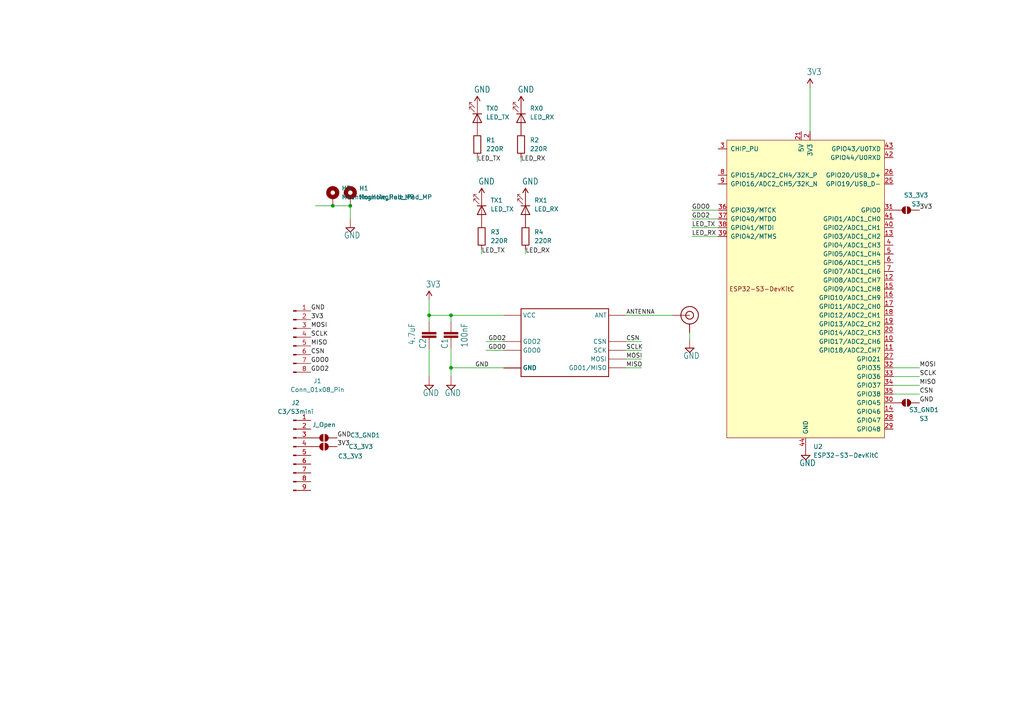
<source format=kicad_sch>
(kicad_sch (version 20231120) (generator "eeschema") (generator_version "8.0")
  (paper "A4")
  (lib_symbols
    (symbol "CC1101-E07-PI-eagle-import:3V3" (power)
      (symbol "3V3_1_0"
        (polyline (pts (xy 0 2.54) (xy -0.762 1.27)) (stroke (width 0.254)))
        (polyline (pts (xy 0.762 1.27) (xy 0 2.54)) (stroke (width 0.254)))
        (pin power_in line (at 0 0 90) (length 2.54) (name "3V3") (number "1"))
      )
    )
    (symbol "CC1101-E07-PI-eagle-import:ANTENNASMA"
      (symbol "ANTENNASMA_1_0"
        (circle (center 0 0) (radius 1.1359) (stroke (width 0.254)))
        (circle (center 0 0) (radius 2.54) (stroke (width 0.254)))
        (pin bidirectional line (at -5.08 0 0) (length 5.08) (name "ANT") (number "ANT0"))
        (pin bidirectional line (at -5.08 0 0) (length 5.08) (name "ANT") (number "ANT1"))
        (pin bidirectional line (at -5.08 0 0) (length 5.08) (name "ANT") (number "ANT2"))
        (pin bidirectional line (at 0 -5.08 90) (length 2.54) (name "GND") (number "GND3"))
        (pin bidirectional line (at 0 -5.08 90) (length 2.54) (name "GND") (number "GND4"))
        (pin bidirectional line (at 0 -5.08 90) (length 2.54) (name "GND") (number "GND5"))
        (pin bidirectional line (at 0 -5.08 90) (length 2.54) (name "GND") (number "GND6"))
      )
    )
    (symbol "CC1101-E07-PI-eagle-import:CAP0402-CAP"
      (property "Reference" "C" (at 1.524 2.921 0))
      (symbol "CAP0402-CAP_1_0"
        (rectangle (start -2.032 0.508) (end 2.032 1.016) (fill (type outline)))
        (rectangle (start -2.032 1.524) (end 2.032 2.032) (fill (type outline)))
        (polyline (pts (xy 0 0) (xy 0 0.508)) (stroke (width 0.1524)))
        (polyline (pts (xy 0 2.54) (xy 0 2.032)) (stroke (width 0.1524)))
        (pin passive line (at 0 5.08 270) (length 2.54) (name "1") (number "1"))
        (pin passive line (at 0 -2.54 90) (length 2.54) (name "2") (number "2"))
      )
    )
    (symbol "CC1101-E07-PI-eagle-import:E07-900M10S"
      (symbol "E07-900M10S_1_0"
        (polyline (pts (xy -12.7 -10.16) (xy -12.7 9.525)) (stroke (width 0.254)))
        (polyline (pts (xy -12.7 9.525) (xy 12.7 9.525)) (stroke (width 0.254)))
        (polyline (pts (xy 12.7 -10.16) (xy -12.7 -10.16)) (stroke (width 0.254)))
        (polyline (pts (xy 12.7 9.525) (xy 12.7 -10.16)) (stroke (width 0.254)))
        (pin bidirectional line (at -17.78 -7.62 0) (length 5.08) (name "GND") (number "1"))
        (pin bidirectional line (at -17.78 -7.62 0) (length 5.08) (name "GND") (number "11"))
        (pin bidirectional line (at -17.78 -7.62 0) (length 5.08) (name "GND") (number "12"))
        (pin bidirectional line (at -17.78 0 0) (length 5.08) (name "GDO2") (number "14"))
        (pin bidirectional line (at -17.78 -2.54 0) (length 5.08) (name "GDO0") (number "15"))
        (pin bidirectional line (at 17.78 -7.62 180) (length 5.08) (name "GD01/MISO") (number "16"))
        (pin bidirectional line (at 17.78 -5.08 180) (length 5.08) (name "MOSI") (number "17"))
        (pin bidirectional line (at 17.78 -2.54 180) (length 5.08) (name "SCK") (number "18"))
        (pin bidirectional line (at 17.78 0 180) (length 5.08) (name "CSN") (number "19"))
        (pin bidirectional line (at -17.78 -7.62 0) (length 5.08) (name "GND") (number "2"))
        (pin bidirectional line (at -17.78 -7.62 0) (length 5.08) (name "GND") (number "20"))
        (pin bidirectional line (at 17.78 7.62 180) (length 5.08) (name "ANT") (number "21"))
        (pin bidirectional line (at -17.78 -7.62 0) (length 5.08) (name "GND") (number "22"))
        (pin bidirectional line (at -17.78 -7.62 0) (length 5.08) (name "GND") (number "3"))
        (pin bidirectional line (at -17.78 -7.62 0) (length 5.08) (name "GND") (number "4"))
        (pin bidirectional line (at -17.78 -7.62 0) (length 5.08) (name "GND") (number "5"))
        (pin bidirectional line (at -17.78 7.62 0) (length 5.08) (name "VCC") (number "9"))
      )
    )
    (symbol "CC1101-E07-PI-eagle-import:GND" (power)
      (symbol "GND_1_0"
        (polyline (pts (xy -1.27 0) (xy 1.27 0)) (stroke (width 0.254)))
        (polyline (pts (xy 0 -1.27) (xy -1.27 0)) (stroke (width 0.254)))
        (polyline (pts (xy 1.27 0) (xy 0 -1.27)) (stroke (width 0.254)))
        (pin power_in line (at 0 2.54 270) (length 2.54) (name "GND") (number "1"))
      )
    )
    (symbol "Connector:Conn_01x08_Pin" (pin_names (offset 1.016) hide)
      (property "Reference" "J" (at 0 10.16 0))
      (property "Value" "Conn_01x08_Pin" (at 0 -12.7 0))
      (symbol "Conn_01x08_Pin_1_1"
        (polyline (pts (xy 1.27 -10.16) (xy 0.8636 -10.16)) (stroke (width 0.1524)))
        (polyline (pts (xy 1.27 -7.62) (xy 0.8636 -7.62)) (stroke (width 0.1524)))
        (polyline (pts (xy 1.27 -5.08) (xy 0.8636 -5.08)) (stroke (width 0.1524)))
        (polyline (pts (xy 1.27 -2.54) (xy 0.8636 -2.54)) (stroke (width 0.1524)))
        (polyline (pts (xy 1.27 0) (xy 0.8636 0)) (stroke (width 0.1524)))
        (polyline (pts (xy 1.27 2.54) (xy 0.8636 2.54)) (stroke (width 0.1524)))
        (polyline (pts (xy 1.27 5.08) (xy 0.8636 5.08)) (stroke (width 0.1524)))
        (polyline (pts (xy 1.27 7.62) (xy 0.8636 7.62)) (stroke (width 0.1524)))
        (rectangle (start 0.8636 -10.033) (end 0 -10.287) (stroke (width 0.1524)) (fill (type outline)))
        (rectangle (start 0.8636 -7.493) (end 0 -7.747) (stroke (width 0.1524)) (fill (type outline)))
        (rectangle (start 0.8636 -4.953) (end 0 -5.207) (stroke (width 0.1524)) (fill (type outline)))
        (rectangle (start 0.8636 -2.413) (end 0 -2.667) (stroke (width 0.1524)) (fill (type outline)))
        (rectangle (start 0.8636 0.127) (end 0 -0.127) (stroke (width 0.1524)) (fill (type outline)))
        (rectangle (start 0.8636 2.667) (end 0 2.413) (stroke (width 0.1524)) (fill (type outline)))
        (rectangle (start 0.8636 5.207) (end 0 4.953) (stroke (width 0.1524)) (fill (type outline)))
        (rectangle (start 0.8636 7.747) (end 0 7.493) (stroke (width 0.1524)) (fill (type outline)))
        (pin passive line (at 5.08 7.62 180) (length 3.81) (name "Pin_1") (number "1"))
        (pin passive line (at 5.08 5.08 180) (length 3.81) (name "Pin_2") (number "2"))
        (pin passive line (at 5.08 2.54 180) (length 3.81) (name "Pin_3") (number "3"))
        (pin passive line (at 5.08 0 180) (length 3.81) (name "Pin_4") (number "4"))
        (pin passive line (at 5.08 -2.54 180) (length 3.81) (name "Pin_5") (number "5"))
        (pin passive line (at 5.08 -5.08 180) (length 3.81) (name "Pin_6") (number "6"))
        (pin passive line (at 5.08 -7.62 180) (length 3.81) (name "Pin_7") (number "7"))
        (pin passive line (at 5.08 -10.16 180) (length 3.81) (name "Pin_8") (number "8"))
      )
    )
    (symbol "Connector:Conn_01x09_Pin" (pin_names (offset 1.016) hide)
      (property "Reference" "J" (at 0 12.7 0))
      (property "Value" "Conn_01x09_Pin" (at 0 -12.7 0))
      (symbol "Conn_01x09_Pin_1_1"
        (polyline (pts (xy 1.27 -10.16) (xy 0.8636 -10.16)) (stroke (width 0.1524)))
        (polyline (pts (xy 1.27 -7.62) (xy 0.8636 -7.62)) (stroke (width 0.1524)))
        (polyline (pts (xy 1.27 -5.08) (xy 0.8636 -5.08)) (stroke (width 0.1524)))
        (polyline (pts (xy 1.27 -2.54) (xy 0.8636 -2.54)) (stroke (width 0.1524)))
        (polyline (pts (xy 1.27 0) (xy 0.8636 0)) (stroke (width 0.1524)))
        (polyline (pts (xy 1.27 2.54) (xy 0.8636 2.54)) (stroke (width 0.1524)))
        (polyline (pts (xy 1.27 5.08) (xy 0.8636 5.08)) (stroke (width 0.1524)))
        (polyline (pts (xy 1.27 7.62) (xy 0.8636 7.62)) (stroke (width 0.1524)))
        (polyline (pts (xy 1.27 10.16) (xy 0.8636 10.16)) (stroke (width 0.1524)))
        (rectangle (start 0.8636 -10.033) (end 0 -10.287) (stroke (width 0.1524)) (fill (type outline)))
        (rectangle (start 0.8636 -7.493) (end 0 -7.747) (stroke (width 0.1524)) (fill (type outline)))
        (rectangle (start 0.8636 -4.953) (end 0 -5.207) (stroke (width 0.1524)) (fill (type outline)))
        (rectangle (start 0.8636 -2.413) (end 0 -2.667) (stroke (width 0.1524)) (fill (type outline)))
        (rectangle (start 0.8636 0.127) (end 0 -0.127) (stroke (width 0.1524)) (fill (type outline)))
        (rectangle (start 0.8636 2.667) (end 0 2.413) (stroke (width 0.1524)) (fill (type outline)))
        (rectangle (start 0.8636 5.207) (end 0 4.953) (stroke (width 0.1524)) (fill (type outline)))
        (rectangle (start 0.8636 7.747) (end 0 7.493) (stroke (width 0.1524)) (fill (type outline)))
        (rectangle (start 0.8636 10.287) (end 0 10.033) (stroke (width 0.1524)) (fill (type outline)))
        (pin passive line (at 5.08 10.16 180) (length 3.81) (name "Pin_1") (number "1"))
        (pin passive line (at 5.08 7.62 180) (length 3.81) (name "Pin_2") (number "2"))
        (pin passive line (at 5.08 5.08 180) (length 3.81) (name "Pin_3") (number "3"))
        (pin passive line (at 5.08 2.54 180) (length 3.81) (name "Pin_4") (number "4"))
        (pin passive line (at 5.08 0 180) (length 3.81) (name "Pin_5") (number "5"))
        (pin passive line (at 5.08 -2.54 180) (length 3.81) (name "Pin_6") (number "6"))
        (pin passive line (at 5.08 -5.08 180) (length 3.81) (name "Pin_7") (number "7"))
        (pin passive line (at 5.08 -7.62 180) (length 3.81) (name "Pin_8") (number "8"))
        (pin passive line (at 5.08 -10.16 180) (length 3.81) (name "Pin_9") (number "9"))
      )
    )
    (symbol "Device:LED" (pin_numbers hide) (pin_names (offset 1.016) hide)
      (property "Reference" "D" (at 0 2.54 0))
      (property "Value" "LED" (at 0 -2.54 0))
      (symbol "LED_0_1"
        (polyline (pts (xy -1.27 -1.27) (xy -1.27 1.27)) (stroke (width 0.254)))
        (polyline (pts (xy -1.27 0) (xy 1.27 0)))
        (polyline (pts (xy 1.27 -1.27) (xy 1.27 1.27) (xy -1.27 0) (xy 1.27 -1.27)) (stroke (width 0.254)))
        (polyline (pts (xy -3.048 -0.762) (xy -4.572 -2.286) (xy -3.81 -2.286) (xy -4.572 -2.286) (xy -4.572 -1.524)))
        (polyline (pts (xy -1.778 -0.762) (xy -3.302 -2.286) (xy -2.54 -2.286) (xy -3.302 -2.286) (xy -3.302 -1.524)))
      )
      (symbol "LED_1_1"
        (pin passive line (at -3.81 0 0) (length 2.54) (name "K") (number "1"))
        (pin passive line (at 3.81 0 180) (length 2.54) (name "A") (number "2"))
      )
    )
    (symbol "Device:R" (pin_numbers hide) (pin_names (offset 0))
      (property "Reference" "R" (at 2.032 0 90))
      (property "Value" "R" (at 0 0 90))
      (symbol "R_0_1"
        (rectangle (start -1.016 -2.54) (end 1.016 2.54) (stroke (width 0.254)))
      )
      (symbol "R_1_1"
        (pin passive line (at 0 3.81 270) (length 1.27) (name "~") (number "1"))
        (pin passive line (at 0 -3.81 90) (length 1.27) (name "~") (number "2"))
      )
    )
    (symbol "Espressif:ESP32-S3-DevKitC" (pin_names (offset 1.016))
      (property "Reference" "U" (at -22.86 48.26 0))
      (property "Value" "ESP32-S3-DevKitC" (at -22.86 45.72 0))
      (symbol "ESP32-S3-DevKitC_0_0"
        (text "ESP32-S3-DevKitC" (at -12.7 0 0) (effects (font (size 1.27 1.27))))
        (pin bidirectional line (at 25.4 -35.56 180) (length 2.54) (name "GPIO46") (number "14"))
        (pin bidirectional line (at 25.4 -10.16 180) (length 2.54) (name "GPIO13/ADC2_CH2") (number "19"))
        (pin bidirectional line (at -25.4 15.24 0) (length 2.54) (name "GPIO42/MTMS") (number "39"))
        (pin bidirectional line (at 25.4 17.78 180) (length 2.54) (name "GPIO2/ADC1_CH1") (number "40"))
        (pin bidirectional line (at 25.4 20.32 180) (length 2.54) (name "GPIO1/ADC1_CH0") (number "41"))
        (pin bidirectional line (at 25.4 38.1 180) (length 2.54) (name "GPIO44/U0RXD") (number "42"))
        (pin bidirectional line (at 25.4 40.64 180) (length 2.54) (name "GPIO43/U0TXD") (number "43"))
        (pin power_in line (at 0 -45.72 90) (length 2.54) (name "GND") (number "44"))
      )
      (symbol "ESP32-S3-DevKitC_0_1"
        (rectangle (start -22.86 43.18) (end 22.86 -43.18) (fill (type background)))
        (pin power_in line (at 1.27 45.72 270) (length 2.54) (name "3V3") (number "2"))
      )
      (symbol "ESP32-S3-DevKitC_1_1"
        (pin passive line (at 1.27 45.72 270) (length 2.54) hide (name "3V3") (number "1"))
        (pin bidirectional line (at 25.4 -15.24 180) (length 2.54) (name "GPIO17/ADC2_CH6") (number "10"))
        (pin bidirectional line (at 25.4 -17.78 180) (length 2.54) (name "GPIO18/ADC2_CH7") (number "11"))
        (pin bidirectional line (at 25.4 2.54 180) (length 2.54) (name "GPIO8/ADC1_CH7") (number "12"))
        (pin bidirectional line (at 25.4 15.24 180) (length 2.54) (name "GPIO3/ADC1_CH2") (number "13"))
        (pin bidirectional line (at 25.4 0 180) (length 2.54) (name "GPIO9/ADC1_CH8") (number "15"))
        (pin bidirectional line (at 25.4 -2.54 180) (length 2.54) (name "GPIO10/ADC1_CH9") (number "16"))
        (pin bidirectional line (at 25.4 -5.08 180) (length 2.54) (name "GPIO11/ADC2_CH0") (number "17"))
        (pin bidirectional line (at 25.4 -7.62 180) (length 2.54) (name "GPIO12/ADC2_CH1") (number "18"))
        (pin bidirectional line (at 25.4 -12.7 180) (length 2.54) (name "GPIO14/ADC2_CH3") (number "20"))
        (pin power_in line (at -1.27 45.72 270) (length 2.54) (name "5V") (number "21"))
        (pin passive line (at 0 -45.72 90) (length 2.54) hide (name "GND") (number "22"))
        (pin passive line (at 0 -45.72 90) (length 2.54) hide (name "GND") (number "23"))
        (pin passive line (at 0 -45.72 90) (length 2.54) hide (name "GND") (number "24"))
        (pin bidirectional line (at 25.4 30.48 180) (length 2.54) (name "GPIO19/USB_D-") (number "25"))
        (pin bidirectional line (at 25.4 33.02 180) (length 2.54) (name "GPIO20/USB_D+") (number "26"))
        (pin bidirectional line (at 25.4 -20.32 180) (length 2.54) (name "GPIO21") (number "27"))
        (pin bidirectional line (at 25.4 -38.1 180) (length 2.54) (name "GPIO47") (number "28"))
        (pin bidirectional line (at 25.4 -40.64 180) (length 2.54) (name "GPIO48") (number "29"))
        (pin input line (at -25.4 40.64 0) (length 2.54) (name "CHIP_PU") (number "3"))
        (pin bidirectional line (at 25.4 -33.02 180) (length 2.54) (name "GPIO45") (number "30"))
        (pin bidirectional line (at 25.4 22.86 180) (length 2.54) (name "GPIO0") (number "31"))
        (pin bidirectional line (at 25.4 -22.86 180) (length 2.54) (name "GPIO35") (number "32"))
        (pin bidirectional line (at 25.4 -25.4 180) (length 2.54) (name "GPIO36") (number "33"))
        (pin bidirectional line (at 25.4 -27.94 180) (length 2.54) (name "GPIO37") (number "34"))
        (pin bidirectional line (at 25.4 -30.48 180) (length 2.54) (name "GPIO38") (number "35"))
        (pin bidirectional line (at -25.4 22.86 0) (length 2.54) (name "GPIO39/MTCK") (number "36"))
        (pin bidirectional line (at -25.4 20.32 0) (length 2.54) (name "GPIO40/MTDO") (number "37"))
        (pin bidirectional line (at -25.4 17.78 0) (length 2.54) (name "GPIO41/MTDI") (number "38"))
        (pin bidirectional line (at 25.4 12.7 180) (length 2.54) (name "GPIO4/ADC1_CH3") (number "4"))
        (pin bidirectional line (at 25.4 10.16 180) (length 2.54) (name "GPIO5/ADC1_CH4") (number "5"))
        (pin bidirectional line (at 25.4 7.62 180) (length 2.54) (name "GPIO6/ADC1_CH5") (number "6"))
        (pin bidirectional line (at 25.4 5.08 180) (length 2.54) (name "GPIO7/ADC1_CH6") (number "7"))
        (pin bidirectional line (at -25.4 33.02 0) (length 2.54) (name "GPIO15/ADC2_CH4/32K_P") (number "8"))
        (pin bidirectional line (at -25.4 30.48 0) (length 2.54) (name "GPIO16/ADC2_CH5/32K_N") (number "9"))
      )
    )
    (symbol "Jumper:SolderJumper_2_Open" (pin_numbers hide) (pin_names (offset 0) hide) (exclude_from_sim yes) (in_bom no)
      (property "Reference" "JP" (at 0 2.032 0))
      (property "Value" "SolderJumper_2_Open" (at 0 -2.54 0))
      (symbol "SolderJumper_2_Open_0_1"
        (arc (start -0.254 1.016) (mid -1.2656 0) (end -0.254 -1.016))
        (arc (start -0.254 1.016) (mid -1.2656 0) (end -0.254 -1.016) (fill (type outline)))
        (polyline (pts (xy -0.254 1.016) (xy -0.254 -1.016)))
        (polyline (pts (xy 0.254 1.016) (xy 0.254 -1.016)))
        (arc (start 0.254 -1.016) (mid 1.2656 0) (end 0.254 1.016))
        (arc (start 0.254 -1.016) (mid 1.2656 0) (end 0.254 1.016) (fill (type outline)))
      )
      (symbol "SolderJumper_2_Open_1_1"
        (pin passive line (at -3.81 0 0) (length 2.54) (name "A") (number "1"))
        (pin passive line (at 3.81 0 180) (length 2.54) (name "B") (number "2"))
      )
    )
    (symbol "Mechanical:MountingHole_Pad_MP" (pin_numbers hide) (pin_names (offset 1.016) hide) (exclude_from_sim yes) (in_bom no)
      (property "Reference" "H" (at 0 6.35 0))
      (property "Value" "MountingHole_Pad_MP" (at 0 4.445 0))
      (symbol "MountingHole_Pad_MP_0_1"
        (circle (center 0 1.27) (radius 1.27) (stroke (width 1.27)))
      )
      (symbol "MountingHole_Pad_MP_1_1"
        (pin input line (at 0 -2.54 90) (length 2.54) (name "MP") (number "MP"))
      )
    )
  )
  (junction (at 96.52 59.69))
  (junction (at 101.6 59.69))
  (junction (at 124.46 91.44))
  (junction (at 130.81 106.68))
  (junction (at 130.81 91.44))
  (wire (pts (xy 91.44 59.69) (xy 96.52 59.69)))
  (wire (pts (xy 152.4 73.66) (xy 152.4 72.39)))
  (wire (pts (xy 130.81 106.68) (xy 130.81 100.965)) (stroke (width 0.1524)))
  (wire (pts (xy 259.08 109.22) (xy 266.7 109.22)))
  (wire (pts (xy 200.025 96.52) (xy 200.025 98.425)) (stroke (width 0.1524)))
  (wire (pts (xy 130.81 91.44) (xy 130.81 93.345)) (stroke (width 0.1524)))
  (wire (pts (xy 259.08 111.76) (xy 266.7 111.76)))
  (wire (pts (xy 208.28 68.58) (xy 200.66 68.58)))
  (wire (pts (xy 186.055 101.6) (xy 181.61 101.6)) (stroke (width 0.1524)))
  (wire (pts (xy 96.52 59.69) (xy 101.6 59.69)))
  (wire (pts (xy 146.05 91.44) (xy 130.81 91.44)) (stroke (width 0.1524)))
  (wire (pts (xy 124.46 91.44) (xy 124.46 86.995)) (stroke (width 0.1524)))
  (wire (pts (xy 186.055 106.68) (xy 181.61 106.68)) (stroke (width 0.1524)))
  (wire (pts (xy 124.46 109.22) (xy 124.46 100.965)) (stroke (width 0.1524)))
  (wire (pts (xy 151.13 46.99) (xy 151.13 45.72)))
  (wire (pts (xy 259.08 106.68) (xy 266.7 106.68)))
  (wire (pts (xy 140.97 101.6) (xy 146.05 101.6)) (stroke (width 0.1524)))
  (wire (pts (xy 181.61 91.44) (xy 194.945 91.44)) (stroke (width 0.1524)))
  (wire (pts (xy 130.81 91.44) (xy 124.46 91.44)) (stroke (width 0.1524)))
  (wire (pts (xy 130.81 109.22) (xy 130.81 106.68)) (stroke (width 0.1524)))
  (wire (pts (xy 200.66 60.96) (xy 208.28 60.96)))
  (wire (pts (xy 259.08 114.3) (xy 266.7 114.3)))
  (wire (pts (xy 186.055 104.14) (xy 181.61 104.14)) (stroke (width 0.1524)))
  (wire (pts (xy 186.055 99.06) (xy 181.61 99.06)) (stroke (width 0.1524)))
  (wire (pts (xy 124.46 93.345) (xy 124.46 91.44)) (stroke (width 0.1524)))
  (wire (pts (xy 208.28 66.04) (xy 200.66 66.04)))
  (wire (pts (xy 101.6 63.5) (xy 101.6 59.69)))
  (wire (pts (xy 234.95 25.4) (xy 234.95 38.1)))
  (wire (pts (xy 138.43 46.99) (xy 138.43 45.72)))
  (wire (pts (xy 208.28 63.5) (xy 200.66 63.5)))
  (wire (pts (xy 139.7 73.66) (xy 139.7 72.39)))
  (wire (pts (xy 140.97 99.06) (xy 146.05 99.06)) (stroke (width 0.1524)))
  (wire (pts (xy 146.05 106.68) (xy 130.81 106.68)) (stroke (width 0.1524)))
  (label "MISO" (at 90.17 100.33 0))
  (label "GDO0" (at 141.605 101.6 0) (effects (font (size 1.2446 1.2446))))
  (label "SCLK" (at 181.61 101.6 0) (effects (font (size 1.2446 1.2446))))
  (label "GND" (at 266.7 116.84 0))
  (label "LED_RX" (at 152.4 73.66 0))
  (label "MOSI" (at 90.17 95.25 0))
  (label "SCLK" (at 90.17 97.79 0))
  (label "3V3" (at 97.79 129.54 0))
  (label "CSN" (at 181.61 99.06 0) (effects (font (size 1.2446 1.2446))))
  (label "3V3" (at 90.17 92.71 0))
  (label "CSN" (at 266.7 114.3 0))
  (label "GND" (at 97.79 127 0))
  (label "GDO2" (at 200.66 63.5 0))
  (label "GND" (at 137.795 106.68 0) (effects (font (size 1.2446 1.2446))))
  (label "MISO" (at 181.61 106.68 0) (effects (font (size 1.2446 1.2446))))
  (label "LED_TX" (at 139.7 73.66 0))
  (label "LED_TX" (at 138.43 46.99 0))
  (label "GDO2" (at 90.17 107.95 0))
  (label "SCLK" (at 266.7 109.22 0))
  (label "MISO" (at 266.7 111.76 0))
  (label "LED_TX" (at 200.66 66.04 0))
  (label "GND" (at 90.17 90.17 0))
  (label "LED_RX" (at 151.13 46.99 0))
  (label "ANTENNA" (at 181.61 91.44 0) (effects (font (size 1.2446 1.2446))))
  (label "GDO0" (at 90.17 105.41 0))
  (label "MOSI" (at 266.7 106.68 0))
  (label "GDO2" (at 141.605 99.06 0) (effects (font (size 1.2446 1.2446))))
  (label "LED_RX" (at 200.66 68.58 0))
  (label "CSN" (at 90.17 102.87 0))
  (label "MOSI" (at 181.61 104.14 0) (effects (font (size 1.2446 1.2446))))
  (label "3V3" (at 266.7 60.96 0))
  (label "GDO0" (at 200.66 60.96 0))
  (symbol (lib_id "CC1101-E07-PI-eagle-import:ANTENNASMA") (at 200.025 91.44 0) (unit 1)
    (property "Reference" "J$1" (effects (hide yes)))
    (property "Value" "ANTENNASMA" (effects (hide yes)))
    (property "Footprint" "Library:SMA_PAD" (effects (hide yes)))
  )
  (symbol (lib_id "Device:LED") (at 152.4 60.96 270) (unit 1)
    (property "Reference" "RX1" (at 154.94 58.1024 90) (effects (justify left)))
    (property "Value" "LED_RX" (at 154.94 60.6424 90) (effects (justify left)))
    (property "Footprint" "LED_SMD:LED_1206_3216Metric_Pad1.42x1.75mm_HandSolder" (effects (hide yes)))
    (property "Description" "Light emitting diode" (effects (hide yes)))
  )
  (symbol (lib_id "CC1101-E07-PI-eagle-import:GND") (at 101.6 66.04 0) (unit 1)
    (property "Reference" "#SUPPLY01" (effects (hide yes)))
    (property "Value" "GND" (at 99.695 69.215 0) (effects (font (size 1.778 1.5113)) (justify left bottom)))
  )
  (symbol (lib_id "Jumper:SolderJumper_2_Open") (at 93.98 127 0) (unit 1) (exclude_from_sim yes) (in_bom no)
    (property "Reference" "C3_GND1" (at 105.918 126.238 0))
    (property "Value" "J_Open" (at 93.98 123.19 0))
    (property "Footprint" "Jumper:SolderJumper-2_P1.3mm_Open_TrianglePad1.0x1.5mm" (effects (hide yes)))
    (property "Description" "Solder Jumper, 2-pole, open" (effects (hide yes)))
  )
  (symbol (lib_id "CC1101-E07-PI-eagle-import:CAP0402-CAP") (at 130.81 95.885 180) (unit 1)
    (property "Reference" "C1" (at 128.016 98.044 90) (effects (font (size 1.778 1.5113)) (justify left bottom)))
    (property "Value" "100nF" (at 133.731 93.599 90) (effects (font (size 1.778 1.5113)) (justify left bottom)))
    (property "Footprint" "Capacitor_SMD:C_1210_3225Metric_Pad1.33x2.70mm_HandSolder" (effects (hide yes)))
  )
  (symbol (lib_id "Device:R") (at 138.43 41.91 0) (unit 1)
    (property "Reference" "R1" (at 140.97 40.6399 0) (effects (justify left)))
    (property "Value" "220R" (at 140.97 43.1799 0) (effects (justify left)))
    (property "Footprint" "Resistor_THT:R_Axial_DIN0411_L9.9mm_D3.6mm_P12.70mm_Horizontal" (effects (hide yes)))
    (property "Description" "Resistor" (effects (hide yes)))
  )
  (symbol (lib_id "CC1101-E07-PI-eagle-import:GND") (at 130.81 111.76 0) (unit 1)
    (property "Reference" "#SUPPLY05" (effects (hide yes)))
    (property "Value" "GND" (at 128.905 114.935 0) (effects (font (size 1.778 1.5113)) (justify left bottom)))
  )
  (symbol (lib_id "Device:LED") (at 151.13 34.29 270) (unit 1)
    (property "Reference" "RX0" (at 153.67 31.4324 90) (effects (justify left)))
    (property "Value" "LED_RX" (at 153.67 33.9724 90) (effects (justify left)))
    (property "Footprint" "LED_THT:LED_D4.0mm" (effects (hide yes)))
    (property "Description" "Light emitting diode" (effects (hide yes)))
  )
  (symbol (lib_id "Device:LED") (at 139.7 60.96 270) (unit 1)
    (property "Reference" "TX1" (at 142.24 58.1024 90) (effects (justify left)))
    (property "Value" "LED_TX" (at 142.24 60.6424 90) (effects (justify left)))
    (property "Footprint" "LED_SMD:LED_1206_3216Metric_Pad1.42x1.75mm_HandSolder" (effects (hide yes)))
    (property "Description" "Light emitting diode" (effects (hide yes)))
  )
  (symbol (lib_id "CC1101-E07-PI-eagle-import:GND") (at 200.025 100.965 0) (unit 1)
    (property "Reference" "#SUPPLY04" (effects (hide yes)))
    (property "Value" "GND" (at 198.12 104.14 0) (effects (font (size 1.778 1.5113)) (justify left bottom)))
  )
  (symbol (lib_id "Jumper:SolderJumper_2_Open") (at 262.89 116.84 0) (unit 1) (exclude_from_sim yes) (in_bom no)
    (property "Reference" "S3_GND1" (at 267.97 118.872 0))
    (property "Value" "S3" (at 267.97 121.412 0))
    (property "Footprint" "Jumper:SolderJumper-2_P1.3mm_Open_TrianglePad1.0x1.5mm" (effects (hide yes)))
    (property "Description" "Solder Jumper, 2-pole, open" (effects (hide yes)))
  )
  (symbol (lib_id "Device:R") (at 151.13 41.91 0) (unit 1)
    (property "Reference" "R2" (at 153.67 40.6399 0) (effects (justify left)))
    (property "Value" "220R" (at 153.67 43.1799 0) (effects (justify left)))
    (property "Footprint" "Resistor_THT:R_Axial_DIN0411_L9.9mm_D3.6mm_P12.70mm_Horizontal" (effects (hide yes)))
    (property "Description" "Resistor" (effects (hide yes)))
  )
  (symbol (lib_id "CC1101-E07-PI-eagle-import:3V3") (at 234.95 25.4 0) (unit 1)
    (property "Reference" "#P+01" (effects (hide yes)))
    (property "Value" "3V3" (at 233.934 21.844 0) (effects (font (size 1.778 1.5113)) (justify left bottom)))
  )
  (symbol (lib_id "Mechanical:MountingHole_Pad_MP") (at 96.52 57.15 0) (unit 1) (exclude_from_sim yes) (in_bom no)
    (property "Reference" "H2" (at 99.06 54.6099 0) (effects (justify left)))
    (property "Value" "MountingHole_Pad_MP" (at 99.06 57.1499 0) (effects (justify left)))
    (property "Footprint" "MountingHole:MountingHole_2.5mm_Pad_Via" (effects (hide yes)))
    (property "Description" "Mounting Hole with connection as pad named MP" (effects (hide yes)))
  )
  (symbol (lib_id "CC1101-E07-PI-eagle-import:GND") (at 124.46 111.76 0) (unit 1)
    (property "Reference" "#SUPPLY08" (effects (hide yes)))
    (property "Value" "GND" (at 122.555 114.935 0) (effects (font (size 1.778 1.5113)) (justify left bottom)))
  )
  (symbol (lib_id "Jumper:SolderJumper_2_Open") (at 262.89 60.96 0) (unit 1) (exclude_from_sim yes) (in_bom no)
    (property "Reference" "S3_3V3" (at 265.684 56.642 0))
    (property "Value" "S3" (at 265.684 59.182 0))
    (property "Footprint" "Jumper:SolderJumper-2_P1.3mm_Open_TrianglePad1.0x1.5mm" (effects (hide yes)))
    (property "Description" "Solder Jumper, 2-pole, open" (effects (hide yes)))
  )
  (symbol (lib_id "CC1101-E07-PI-eagle-import:3V3") (at 139.7 57.15 0) (unit 1)
    (property "Reference" "#P+05" (effects (hide yes)))
    (property "Value" "GND" (at 138.684 53.594 0) (effects (font (size 1.778 1.5113)) (justify left bottom)))
  )
  (symbol (lib_id "Device:R") (at 152.4 68.58 0) (unit 1)
    (property "Reference" "R4" (at 154.94 67.3099 0) (effects (justify left)))
    (property "Value" "220R" (at 154.94 69.8499 0) (effects (justify left)))
    (property "Footprint" "Resistor_SMD:R_1206_3216Metric_Pad1.30x1.75mm_HandSolder" (effects (hide yes)))
    (property "Description" "Resistor" (effects (hide yes)))
  )
  (symbol (lib_id "CC1101-E07-PI-eagle-import:CAP0402-CAP") (at 124.46 95.885 180) (unit 1)
    (property "Reference" "C2" (at 121.666 98.044 90) (effects (font (size 1.778 1.5113)) (justify left bottom)))
    (property "Value" "4.7uF" (at 118.491 93.599 90) (effects (font (size 1.778 1.5113)) (justify left bottom)))
    (property "Footprint" "Capacitor_SMD:C_1210_3225Metric_Pad1.33x2.70mm_HandSolder" (effects (hide yes)))
  )
  (symbol (lib_id "CC1101-E07-PI-eagle-import:3V3") (at 151.13 30.48 0) (unit 1)
    (property "Reference" "#P+04" (effects (hide yes)))
    (property "Value" "GND" (at 150.114 26.924 0) (effects (font (size 1.778 1.5113)) (justify left bottom)))
  )
  (symbol (lib_id "Mechanical:MountingHole_Pad_MP") (at 101.6 57.15 0) (unit 1) (exclude_from_sim yes) (in_bom no)
    (property "Reference" "H1" (at 104.14 54.6099 0) (effects (justify left)))
    (property "Value" "MountingHole_Pad_MP" (at 104.14 57.1499 0) (effects (justify left)))
    (property "Footprint" "MountingHole:MountingHole_2.5mm_Pad_Via" (effects (hide yes)))
    (property "Description" "Mounting Hole with connection as pad named MP" (effects (hide yes)))
  )
  (symbol (lib_id "Connector:Conn_01x08_Pin") (at 85.09 97.79 0) (unit 1)
    (property "Reference" "J1" (at 92.075 110.49 0))
    (property "Value" "Conn_01x08_Pin" (at 92.075 113.03 0))
    (property "Footprint" "Connector_PinHeader_2.54mm:PinHeader_1x08_P2.54mm_Vertical" (effects (hide yes)))
    (property "Description" "Generic connector, single row, 01x08, script generated" (effects (hide yes)))
  )
  (symbol (lib_id "CC1101-E07-PI-eagle-import:3V3") (at 138.43 30.48 0) (unit 1)
    (property "Reference" "#P+02" (effects (hide yes)))
    (property "Value" "GND" (at 137.414 26.924 0) (effects (font (size 1.778 1.5113)) (justify left bottom)))
  )
  (symbol (lib_id "CC1101-E07-PI-eagle-import:GND") (at 233.68 132.08 0) (unit 1)
    (property "Reference" "#SUPPLY02" (effects (hide yes)))
    (property "Value" "GND" (at 231.775 135.255 0) (effects (font (size 1.778 1.5113)) (justify left bottom)))
  )
  (symbol (lib_id "Device:LED") (at 138.43 34.29 270) (unit 1)
    (property "Reference" "TX0" (at 140.97 31.4324 90) (effects (justify left)))
    (property "Value" "LED_TX" (at 140.97 33.9724 90) (effects (justify left)))
    (property "Footprint" "LED_THT:LED_D4.0mm" (effects (hide yes)))
    (property "Description" "Light emitting diode" (effects (hide yes)))
  )
  (symbol (lib_id "CC1101-E07-PI-eagle-import:E07-900M10S") (at 163.83 99.06 0) (unit 1)
    (property "Reference" "U1" (effects (hide yes)))
    (property "Value" "E07-900M10S" (effects (hide yes)))
    (property "Footprint" "Library:E07-900M10S" (effects (hide yes)))
  )
  (symbol (lib_id "Device:R") (at 139.7 68.58 0) (unit 1)
    (property "Reference" "R3" (at 142.24 67.3099 0) (effects (justify left)))
    (property "Value" "220R" (at 142.24 69.8499 0) (effects (justify left)))
    (property "Footprint" "Resistor_SMD:R_1206_3216Metric_Pad1.30x1.75mm_HandSolder" (effects (hide yes)))
    (property "Description" "Resistor" (effects (hide yes)))
  )
  (symbol (lib_id "CC1101-E07-PI-eagle-import:3V3") (at 124.46 86.995 0) (unit 1)
    (property "Reference" "#P+03" (effects (hide yes)))
    (property "Value" "3V3" (at 123.444 83.439 0) (effects (font (size 1.778 1.5113)) (justify left bottom)))
  )
  (symbol (lib_id "Jumper:SolderJumper_2_Open") (at 93.98 129.54 0) (unit 1) (exclude_from_sim yes) (in_bom no)
    (property "Reference" "C3_3V3" (at 104.648 129.54 0))
    (property "Value" "C3_3V3" (at 101.6 132.334 0))
    (property "Footprint" "Jumper:SolderJumper-2_P1.3mm_Open_TrianglePad1.0x1.5mm" (effects (hide yes)))
    (property "Description" "Solder Jumper, 2-pole, open" (effects (hide yes)))
  )
  (symbol (lib_id "CC1101-E07-PI-eagle-import:3V3") (at 152.4 57.15 0) (unit 1)
    (property "Reference" "#P+06" (effects (hide yes)))
    (property "Value" "GND" (at 151.384 53.594 0) (effects (font (size 1.778 1.5113)) (justify left bottom)))
  )
  (symbol (lib_id "Connector:Conn_01x09_Pin") (at 85.09 132.08 0) (unit 1)
    (property "Reference" "J2" (at 85.725 116.84 0))
    (property "Value" "C3/S3mini" (at 85.725 119.38 0))
    (property "Footprint" "Connector_PinSocket_2.54mm:PinSocket_1x09_P2.54mm_Vertical" (effects (hide yes)))
    (property "Description" "Generic connector, single row, 01x09, script generated" (effects (hide yes)))
  )
  (symbol (lib_id "Espressif:ESP32-S3-DevKitC") (at 233.68 83.82 0) (unit 1)
    (property "Reference" "U2" (at 235.8741 129.54 0) (effects (justify left)))
    (property "Value" "ESP32-S3-DevKitC" (at 235.8741 132.08 0) (effects (justify left)))
    (property "Footprint" "Library:ESP32-S3-DevKitC" (effects (hide yes)))
    (property "Description" "ESP32-S3-DevKitC" (effects (hide yes)))
  )
)
</source>
